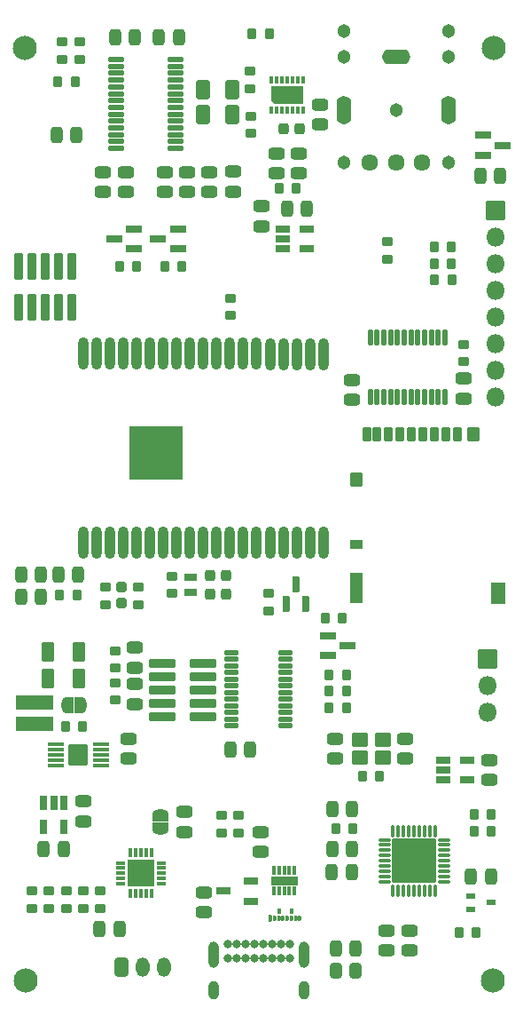
<source format=gts>
%TF.GenerationSoftware,KiCad,Pcbnew,(6.0.5-0)*%
%TF.CreationDate,2022-09-11T18:06:33+10:00*%
%TF.ProjectId,gay-ipod,6761792d-6970-46f6-942e-6b696361645f,rev?*%
%TF.SameCoordinates,Original*%
%TF.FileFunction,Soldermask,Top*%
%TF.FilePolarity,Negative*%
%FSLAX46Y46*%
G04 Gerber Fmt 4.6, Leading zero omitted, Abs format (unit mm)*
G04 Created by KiCad (PCBNEW (6.0.5-0)) date 2022-09-11 18:06:33*
%MOMM*%
%LPD*%
G01*
G04 APERTURE LIST*
G04 Aperture macros list*
%AMRoundRect*
0 Rectangle with rounded corners*
0 $1 Rounding radius*
0 $2 $3 $4 $5 $6 $7 $8 $9 X,Y pos of 4 corners*
0 Add a 4 corners polygon primitive as box body*
4,1,4,$2,$3,$4,$5,$6,$7,$8,$9,$2,$3,0*
0 Add four circle primitives for the rounded corners*
1,1,$1+$1,$2,$3*
1,1,$1+$1,$4,$5*
1,1,$1+$1,$6,$7*
1,1,$1+$1,$8,$9*
0 Add four rect primitives between the rounded corners*
20,1,$1+$1,$2,$3,$4,$5,0*
20,1,$1+$1,$4,$5,$6,$7,0*
20,1,$1+$1,$6,$7,$8,$9,0*
20,1,$1+$1,$8,$9,$2,$3,0*%
%AMFreePoly0*
4,1,14,1.535921,0.835921,1.550800,0.800000,1.550800,-0.800000,1.535921,-0.835921,1.500000,-0.850800,-1.180000,-0.850800,-1.215921,-0.835921,-1.535921,-0.515921,-1.550800,-0.480000,-1.550800,0.800000,-1.535921,0.835921,-1.500000,0.850800,1.500000,0.850800,1.535921,0.835921,1.535921,0.835921,$1*%
%AMFreePoly1*
4,1,37,0.012350,0.795685,0.074215,0.795307,0.088460,0.793178,0.224281,0.752559,0.237356,0.746518,0.356318,0.669411,0.367173,0.659942,0.459711,0.552545,0.467470,0.540411,0.526147,0.411359,0.530190,0.397535,0.550287,0.257202,0.550800,0.250000,0.550800,-0.250000,0.550796,-0.250620,0.550647,-0.262836,0.549947,-0.270644,0.526427,-0.410445,0.522048,-0.424167,0.460236,-0.551746,
0.452182,-0.563686,0.357047,-0.668790,0.345965,-0.677991,0.225155,-0.752168,0.211936,-0.757888,0.075163,-0.795177,0.060870,-0.796957,0.011464,-0.796051,0.000000,-0.800800,-0.500000,-0.800800,-0.535921,-0.785921,-0.550800,-0.750000,-0.550800,0.750000,-0.535921,0.785921,-0.500000,0.800800,0.000000,0.800800,0.012350,0.795685,0.012350,0.795685,$1*%
%AMFreePoly2*
4,1,37,0.535921,0.785921,0.550800,0.750000,0.550800,-0.750000,0.535921,-0.785921,0.500000,-0.800800,0.000000,-0.800800,-0.012526,-0.795612,-0.080872,-0.794359,-0.095090,-0.792057,-0.230405,-0.749782,-0.243405,-0.743581,-0.361415,-0.665026,-0.372153,-0.655426,-0.463373,-0.546907,-0.470984,-0.534678,-0.528079,-0.404919,-0.531952,-0.391047,-0.549535,-0.256587,-0.548147,-0.256405,-0.550800,-0.250000,
-0.550800,0.250000,-0.550314,0.251174,-0.550158,0.263925,-0.528347,0.404002,-0.524136,0.417775,-0.463888,0.546100,-0.455980,0.558139,-0.362136,0.664397,-0.351168,0.673732,-0.231273,0.749380,-0.218125,0.755261,-0.081818,0.794218,-0.067547,0.796173,-0.011991,0.795833,0.000000,0.800800,0.500000,0.800800,0.535921,0.785921,0.535921,0.785921,$1*%
G04 Aperture macros list end*
%ADD10C,0.901600*%
%ADD11RoundRect,0.050800X2.500000X-2.500000X2.500000X2.500000X-2.500000X2.500000X-2.500000X-2.500000X0*%
%ADD12O,1.001600X3.101600*%
%ADD13RoundRect,0.050800X1.200000X0.370000X-1.200000X0.370000X-1.200000X-0.370000X1.200000X-0.370000X0*%
%ADD14RoundRect,0.250800X0.275000X-0.200000X0.275000X0.200000X-0.275000X0.200000X-0.275000X-0.200000X0*%
%ADD15RoundRect,0.300800X-0.250000X-0.475000X0.250000X-0.475000X0.250000X0.475000X-0.250000X0.475000X0*%
%ADD16RoundRect,0.300800X0.250000X0.475000X-0.250000X0.475000X-0.250000X-0.475000X0.250000X-0.475000X0*%
%ADD17RoundRect,0.275800X-0.225000X-0.250000X0.225000X-0.250000X0.225000X0.250000X-0.225000X0.250000X0*%
%ADD18FreePoly0,0.000000*%
%ADD19RoundRect,0.050800X-0.125000X-0.300000X0.125000X-0.300000X0.125000X0.300000X-0.125000X0.300000X0*%
%ADD20RoundRect,0.250800X-0.200000X-0.275000X0.200000X-0.275000X0.200000X0.275000X-0.200000X0.275000X0*%
%ADD21RoundRect,0.250800X-0.275000X0.200000X-0.275000X-0.200000X0.275000X-0.200000X0.275000X0.200000X0*%
%ADD22RoundRect,0.200800X0.150000X-0.587500X0.150000X0.587500X-0.150000X0.587500X-0.150000X-0.587500X0*%
%ADD23RoundRect,0.150800X0.100000X-0.637500X0.100000X0.637500X-0.100000X0.637500X-0.100000X-0.637500X0*%
%ADD24RoundRect,0.250800X0.200000X0.275000X-0.200000X0.275000X-0.200000X-0.275000X0.200000X-0.275000X0*%
%ADD25RoundRect,0.050800X-0.370000X1.200000X-0.370000X-1.200000X0.370000X-1.200000X0.370000X1.200000X0*%
%ADD26RoundRect,0.050800X0.840000X0.940000X-0.840000X0.940000X-0.840000X-0.940000X0.840000X-0.940000X0*%
%ADD27RoundRect,0.125800X0.650000X0.075000X-0.650000X0.075000X-0.650000X-0.075000X0.650000X-0.075000X0*%
%ADD28RoundRect,0.200800X0.587500X0.150000X-0.587500X0.150000X-0.587500X-0.150000X0.587500X-0.150000X0*%
%ADD29RoundRect,0.300800X0.475000X-0.250000X0.475000X0.250000X-0.475000X0.250000X-0.475000X-0.250000X0*%
%ADD30C,2.301600*%
%ADD31RoundRect,0.300800X-0.325000X-0.650000X0.325000X-0.650000X0.325000X0.650000X-0.325000X0.650000X0*%
%ADD32RoundRect,0.113300X-0.062500X0.350000X-0.062500X-0.350000X0.062500X-0.350000X0.062500X0.350000X0*%
%ADD33RoundRect,0.113300X-0.350000X0.062500X-0.350000X-0.062500X0.350000X-0.062500X0.350000X0.062500X0*%
%ADD34RoundRect,0.050800X-1.250000X1.250000X-1.250000X-1.250000X1.250000X-1.250000X1.250000X1.250000X0*%
%ADD35RoundRect,0.300800X-0.475000X0.250000X-0.475000X-0.250000X0.475000X-0.250000X0.475000X0.250000X0*%
%ADD36C,1.609600*%
%ADD37O,1.409600X2.717600*%
%ADD38O,2.717600X1.409600*%
%ADD39C,1.301600*%
%ADD40FreePoly1,90.000000*%
%ADD41FreePoly2,90.000000*%
%ADD42RoundRect,0.200800X-0.512500X-0.150000X0.512500X-0.150000X0.512500X0.150000X-0.512500X0.150000X0*%
%ADD43RoundRect,0.050800X-0.700000X-0.600000X0.700000X-0.600000X0.700000X0.600000X-0.700000X0.600000X0*%
%ADD44RoundRect,0.200800X-0.150000X0.512500X-0.150000X-0.512500X0.150000X-0.512500X0.150000X0.512500X0*%
%ADD45RoundRect,0.050800X0.600000X0.200000X-0.600000X0.200000X-0.600000X-0.200000X0.600000X-0.200000X0*%
%ADD46RoundRect,0.200800X-0.587500X-0.150000X0.587500X-0.150000X0.587500X0.150000X-0.587500X0.150000X0*%
%ADD47FreePoly1,0.000000*%
%ADD48FreePoly2,0.000000*%
%ADD49RoundRect,0.050800X-0.500000X-0.600000X0.500000X-0.600000X0.500000X0.600000X-0.500000X0.600000X0*%
%ADD50RoundRect,0.050800X-0.500000X-1.400000X0.500000X-1.400000X0.500000X1.400000X-0.500000X1.400000X0*%
%ADD51RoundRect,0.050800X-0.650000X-0.950000X0.650000X-0.950000X0.650000X0.950000X-0.650000X0.950000X0*%
%ADD52RoundRect,0.050800X-0.500000X-0.400000X0.500000X-0.400000X0.500000X0.400000X-0.500000X0.400000X0*%
%ADD53RoundRect,0.050800X-0.350000X-0.600000X0.350000X-0.600000X0.350000X0.600000X-0.350000X0.600000X0*%
%ADD54RoundRect,0.275800X0.225000X0.250000X-0.225000X0.250000X-0.225000X-0.250000X0.225000X-0.250000X0*%
%ADD55RoundRect,0.050800X0.150000X-0.200000X0.150000X0.200000X-0.150000X0.200000X-0.150000X-0.200000X0*%
%ADD56RoundRect,0.050800X0.127000X-0.203200X0.127000X0.203200X-0.127000X0.203200X-0.127000X-0.203200X0*%
%ADD57RoundRect,0.050800X0.127000X-0.254000X0.127000X0.254000X-0.127000X0.254000X-0.127000X-0.254000X0*%
%ADD58RoundRect,0.275800X0.250000X-0.225000X0.250000X0.225000X-0.250000X0.225000X-0.250000X-0.225000X0*%
%ADD59RoundRect,0.050800X-2.050000X-2.050000X2.050000X-2.050000X2.050000X2.050000X-2.050000X2.050000X0*%
%ADD60RoundRect,0.113300X-0.062500X-0.475000X0.062500X-0.475000X0.062500X0.475000X-0.062500X0.475000X0*%
%ADD61RoundRect,0.113300X-0.475000X-0.062500X0.475000X-0.062500X0.475000X0.062500X-0.475000X0.062500X0*%
%ADD62RoundRect,0.050800X-0.550000X0.300000X-0.550000X-0.300000X0.550000X-0.300000X0.550000X0.300000X0*%
%ADD63O,1.301600X1.851600*%
%ADD64RoundRect,0.300800X-0.350000X-0.625000X0.350000X-0.625000X0.350000X0.625000X-0.350000X0.625000X0*%
%ADD65RoundRect,0.150800X0.637500X0.100000X-0.637500X0.100000X-0.637500X-0.100000X0.637500X-0.100000X0*%
%ADD66O,1.801600X1.801600*%
%ADD67RoundRect,0.050800X-0.850000X-0.850000X0.850000X-0.850000X0.850000X0.850000X-0.850000X0.850000X0*%
%ADD68RoundRect,0.050800X-0.350000X0.225000X-0.350000X-0.225000X0.350000X-0.225000X0.350000X0.225000X0*%
%ADD69RoundRect,0.300800X-0.375000X-0.625000X0.375000X-0.625000X0.375000X0.625000X-0.375000X0.625000X0*%
%ADD70RoundRect,0.300800X-0.262500X-0.450000X0.262500X-0.450000X0.262500X0.450000X-0.262500X0.450000X0*%
%ADD71O,1.001600X1.801600*%
%ADD72O,1.001600X2.501600*%
%ADD73C,0.801600*%
%ADD74RoundRect,0.050800X1.244600X-0.368300X1.244600X0.368300X-1.244600X0.368300X-1.244600X-0.368300X0*%
%ADD75RoundRect,0.050800X0.127000X-0.406400X0.127000X0.406400X-0.127000X0.406400X-0.127000X-0.406400X0*%
%ADD76RoundRect,0.050800X1.700000X-0.650000X1.700000X0.650000X-1.700000X0.650000X-1.700000X-0.650000X0*%
%ADD77RoundRect,0.050800X0.610000X0.325000X-0.610000X0.325000X-0.610000X-0.325000X0.610000X-0.325000X0*%
G04 APERTURE END LIST*
D10*
%TO.C,U101*%
X129269996Y-96800006D03*
X131269996Y-100800006D03*
X132269996Y-98800006D03*
X131269996Y-98800006D03*
X129269996Y-98800006D03*
X128269996Y-99800006D03*
X130269996Y-97800006D03*
X132269996Y-100800006D03*
X129269996Y-97800006D03*
X128269996Y-100800006D03*
X130269996Y-100800006D03*
X132269996Y-99800006D03*
X130269996Y-98800006D03*
X131269996Y-97800006D03*
X132269996Y-97800006D03*
X128269996Y-97800006D03*
X129269996Y-99800006D03*
X130269996Y-96800006D03*
X130269996Y-99800006D03*
X131269996Y-99800006D03*
X128269996Y-96800006D03*
X131269996Y-96800006D03*
X128269996Y-98800006D03*
X132269996Y-96800006D03*
D11*
X130279996Y-98800006D03*
D10*
X129269996Y-100800006D03*
D12*
X123359996Y-89370006D03*
X124629996Y-89370006D03*
X125899996Y-89370006D03*
X127169996Y-89370006D03*
X128439996Y-89370006D03*
X129709996Y-89370006D03*
X130979996Y-89370006D03*
X132249996Y-89370006D03*
X133519996Y-89370006D03*
X134789996Y-89370006D03*
X136059996Y-89370006D03*
X137329996Y-89370006D03*
X138599996Y-89370006D03*
X139869996Y-89370006D03*
X141169996Y-89400006D03*
X142439996Y-89400006D03*
X143709996Y-89400006D03*
X144979996Y-89400006D03*
X146249996Y-89400006D03*
X146249996Y-107400006D03*
X144979996Y-107400006D03*
X143709996Y-107400006D03*
X142439996Y-107400006D03*
X141169996Y-107400006D03*
X139869996Y-107400006D03*
X138599996Y-107400006D03*
X137329996Y-107400006D03*
X136059996Y-107400006D03*
X134789996Y-107400006D03*
X133519996Y-107400006D03*
X132249996Y-107400006D03*
X130979996Y-107400006D03*
X129709996Y-107400006D03*
X128439996Y-107400006D03*
X127169996Y-107400006D03*
X125899996Y-107400006D03*
X124629996Y-107400006D03*
X123359996Y-107400006D03*
%TD*%
D13*
%TO.C,J102*%
X130850000Y-118860000D03*
X134750000Y-118860000D03*
X130850000Y-120130000D03*
X134750000Y-120130000D03*
X130850000Y-121400000D03*
X134750000Y-121400000D03*
X130850000Y-122670000D03*
X134750000Y-122670000D03*
X130850000Y-123940000D03*
X134750000Y-123940000D03*
%TD*%
D14*
%TO.C,R303*%
X122950000Y-59625000D03*
X122950000Y-61275000D03*
%TD*%
%TO.C,R309*%
X121300000Y-59625000D03*
X121300000Y-61275000D03*
%TD*%
D15*
%TO.C,C302*%
X132450000Y-59200000D03*
X130550009Y-59200004D03*
%TD*%
D16*
%TO.C,C301*%
X126350000Y-59200000D03*
X128249991Y-59199992D03*
%TD*%
D17*
%TO.C,C312*%
X143975000Y-67950000D03*
X142425000Y-67950000D03*
%TD*%
D18*
%TO.C,U301*%
X142800000Y-64700000D03*
D19*
X141300000Y-63300000D03*
X141800000Y-63300000D03*
X142300000Y-63300000D03*
X142800000Y-63300000D03*
X143300000Y-63300000D03*
X143800000Y-63300000D03*
X144300000Y-63300000D03*
X144300000Y-66100000D03*
X143800000Y-66100000D03*
X143300000Y-66100000D03*
X142800000Y-66100000D03*
X142300000Y-66100000D03*
X141800000Y-66100000D03*
X141300000Y-66100000D03*
%TD*%
D20*
%TO.C,R310*%
X141075000Y-58850000D03*
X139425000Y-58850000D03*
%TD*%
D21*
%TO.C,R305*%
X139275000Y-64075000D03*
X139275000Y-62425000D03*
%TD*%
%TO.C,R304*%
X139300000Y-68375000D03*
X139300000Y-66725000D03*
%TD*%
D20*
%TO.C,R302*%
X143675000Y-73600000D03*
X142025000Y-73600000D03*
%TD*%
D22*
%TO.C,Q403*%
X143650000Y-111312500D03*
X144600000Y-113187500D03*
X142700000Y-113187500D03*
%TD*%
D23*
%TO.C,U405*%
X150725000Y-87787500D03*
X151375000Y-87787500D03*
X152025000Y-87787500D03*
X152675000Y-87787500D03*
X153325000Y-87787500D03*
X153975000Y-87787500D03*
X154625000Y-87787500D03*
X155275000Y-87787500D03*
X155925000Y-87787500D03*
X156575000Y-87787500D03*
X157225000Y-87787500D03*
X157875000Y-87787500D03*
X157875000Y-93512500D03*
X157225000Y-93512500D03*
X156575000Y-93512500D03*
X155925000Y-93512500D03*
X155275000Y-93512500D03*
X154625000Y-93512500D03*
X153975000Y-93512500D03*
X153325000Y-93512500D03*
X152675000Y-93512500D03*
X152025000Y-93512500D03*
X151375000Y-93512500D03*
X150725000Y-93512500D03*
%TD*%
D24*
%TO.C,R210*%
X146775000Y-119950000D03*
X148425000Y-119950000D03*
%TD*%
%TO.C,R207*%
X148425000Y-123150000D03*
X146775000Y-123150000D03*
%TD*%
%TO.C,R209*%
X148425000Y-121550000D03*
X146775000Y-121550000D03*
%TD*%
D25*
%TO.C,U103*%
X117160000Y-84950000D03*
X117160000Y-81050000D03*
X118430000Y-84950000D03*
X118430000Y-81050000D03*
X119700000Y-84950000D03*
X119700000Y-81050000D03*
X120970000Y-84950000D03*
X120970000Y-81050000D03*
X122240000Y-84950000D03*
X122240000Y-81050000D03*
%TD*%
D16*
%TO.C,C212*%
X142750000Y-75550000D03*
X144650000Y-75550000D03*
%TD*%
D14*
%TO.C,R201*%
X138100000Y-133375000D03*
X138100000Y-135025000D03*
%TD*%
D26*
%TO.C,U202*%
X122825000Y-127625000D03*
D27*
X120675000Y-128625000D03*
X120675000Y-128125000D03*
X120675000Y-127625000D03*
X120675000Y-127125000D03*
X120675000Y-126625000D03*
X124975000Y-126625000D03*
X124975000Y-127125000D03*
X124975000Y-127625000D03*
X124975000Y-128125000D03*
X124975000Y-128625000D03*
%TD*%
D21*
%TO.C,R107*%
X131775000Y-112225000D03*
X131775000Y-110575000D03*
%TD*%
D28*
%TO.C,Q301*%
X130462500Y-78400000D03*
X132337500Y-77450000D03*
X132337500Y-79350000D03*
%TD*%
D29*
%TO.C,C204*%
X128200000Y-117375000D03*
X128200000Y-119275000D03*
%TD*%
D21*
%TO.C,R211*%
X126400000Y-119350000D03*
X126400000Y-117700000D03*
%TD*%
D30*
%TO.C,H103*%
X117800000Y-149075000D03*
%TD*%
D31*
%TO.C,C207*%
X122900000Y-117825000D03*
X119950000Y-117825000D03*
%TD*%
D24*
%TO.C,R213*%
X121600000Y-124925000D03*
X123250000Y-124925000D03*
%TD*%
D32*
%TO.C,U201*%
X129800000Y-136962500D03*
X129300000Y-136962500D03*
X128800000Y-136962500D03*
X128300000Y-136962500D03*
X127800000Y-136962500D03*
D33*
X126862500Y-137900000D03*
X126862500Y-138400000D03*
X126862500Y-138900000D03*
X126862500Y-139400000D03*
X126862500Y-139900000D03*
D32*
X127800000Y-140837500D03*
X128300000Y-140837500D03*
X128800000Y-140837500D03*
X129300000Y-140837500D03*
X129800000Y-140837500D03*
D33*
X130737500Y-139900000D03*
X130737500Y-139400000D03*
X130737500Y-138900000D03*
X130737500Y-138400000D03*
X130737500Y-137900000D03*
D34*
X128800000Y-138900000D03*
%TD*%
D35*
%TO.C,C201*%
X134800000Y-142600000D03*
X134800000Y-140700000D03*
%TD*%
D36*
%TO.C,J301*%
X150687500Y-71100000D03*
X153187500Y-71100000D03*
X155687500Y-71100000D03*
D37*
X158187500Y-66100000D03*
X148187500Y-66100000D03*
D38*
X153187500Y-61100000D03*
D39*
X153187500Y-66100000D03*
X148187500Y-71100000D03*
X148187500Y-61100000D03*
X148187500Y-58600000D03*
X158187500Y-61100000D03*
X158187500Y-71100000D03*
X158187500Y-58600000D03*
%TD*%
D21*
%TO.C,R203*%
X123300000Y-142250000D03*
X123300000Y-140600000D03*
%TD*%
D40*
%TO.C,JP201*%
X130700000Y-133350000D03*
D41*
X130700000Y-134650000D03*
%TD*%
D21*
%TO.C,R412*%
X159650000Y-90125000D03*
X159650000Y-88475000D03*
%TD*%
D16*
%TO.C,C202*%
X124850000Y-144200000D03*
X126750000Y-144200000D03*
%TD*%
D29*
%TO.C,C416*%
X148950000Y-91850000D03*
X148950000Y-93750000D03*
%TD*%
%TO.C,C413*%
X147400000Y-126050000D03*
X147400000Y-127950000D03*
%TD*%
D24*
%TO.C,R103*%
X156825000Y-80750000D03*
X158475000Y-80750000D03*
%TD*%
D42*
%TO.C,U403*%
X159937500Y-128100000D03*
X159937500Y-130000000D03*
X157662500Y-130000000D03*
X157662500Y-129050000D03*
X157662500Y-128100000D03*
%TD*%
D24*
%TO.C,R403*%
X160625000Y-134900000D03*
X162275000Y-134900000D03*
%TD*%
D35*
%TO.C,C314*%
X137600000Y-73900000D03*
X137600000Y-72000000D03*
%TD*%
D15*
%TO.C,C403*%
X148950000Y-138800000D03*
X147050000Y-138800000D03*
%TD*%
D35*
%TO.C,C305*%
X141800000Y-72150000D03*
X141800000Y-70250000D03*
%TD*%
D43*
%TO.C,Y401*%
X149700000Y-126150000D03*
X151900000Y-126150000D03*
X151900000Y-127850000D03*
X149700000Y-127850000D03*
%TD*%
D44*
%TO.C,U203*%
X121450000Y-134437500D03*
X119550000Y-134437500D03*
X119550000Y-132162500D03*
X120500000Y-132162500D03*
X121450000Y-132162500D03*
%TD*%
D16*
%TO.C,C103*%
X117350000Y-112500000D03*
X119250000Y-112500000D03*
%TD*%
D15*
%TO.C,C105*%
X139250000Y-127100000D03*
X137350000Y-127100000D03*
%TD*%
D35*
%TO.C,C311*%
X135300000Y-73950000D03*
X135300000Y-72050000D03*
%TD*%
D24*
%TO.C,R101*%
X121050000Y-112400000D03*
X122700000Y-112400000D03*
%TD*%
D20*
%TO.C,R405*%
X151625000Y-129600000D03*
X149975000Y-129600000D03*
%TD*%
D14*
%TO.C,R212*%
X128600000Y-111625000D03*
X128600000Y-113275000D03*
%TD*%
D16*
%TO.C,C315*%
X120750000Y-68475000D03*
X122650000Y-68475000D03*
%TD*%
D21*
%TO.C,R215*%
X125400000Y-113275000D03*
X125400000Y-111625000D03*
%TD*%
D45*
%TO.C,U102*%
X137450000Y-124842500D03*
X137450000Y-124207500D03*
X137450000Y-123572500D03*
X137450000Y-122937500D03*
X137450000Y-122302500D03*
X137450000Y-121667500D03*
X137450000Y-121032500D03*
X137450000Y-120397500D03*
X137450000Y-119762500D03*
X137450000Y-119127500D03*
X137450000Y-118492500D03*
X137450000Y-117857500D03*
X142650000Y-117857500D03*
X142650000Y-118492500D03*
X142650000Y-119127500D03*
X142650000Y-119762500D03*
X142650000Y-120397500D03*
X142650000Y-121032500D03*
X142650000Y-121667500D03*
X142650000Y-122302500D03*
X142650000Y-122937500D03*
X142650000Y-123572500D03*
X142650000Y-124207500D03*
X142650000Y-124842500D03*
%TD*%
D46*
%TO.C,Q101*%
X163337500Y-69500000D03*
X161462500Y-70450000D03*
X161462500Y-68550000D03*
%TD*%
D20*
%TO.C,R306*%
X122525000Y-63450000D03*
X120875000Y-63450000D03*
%TD*%
D17*
%TO.C,C106*%
X136950000Y-110500000D03*
X135400000Y-110500000D03*
%TD*%
D21*
%TO.C,R214*%
X126400000Y-122375000D03*
X126400000Y-120725000D03*
%TD*%
D14*
%TO.C,R206*%
X118400000Y-140575000D03*
X118400000Y-142225000D03*
%TD*%
D47*
%TO.C,JP202*%
X123075000Y-122825000D03*
D48*
X121775000Y-122825000D03*
%TD*%
D49*
%TO.C,J402*%
X160575000Y-97075000D03*
D50*
X149425000Y-111725000D03*
D49*
X149425000Y-101375000D03*
D51*
X162925000Y-112175000D03*
D52*
X149425000Y-107575000D03*
D53*
X150375000Y-97075000D03*
X151325000Y-97075000D03*
X152425000Y-97075000D03*
X153525000Y-97075000D03*
X154625000Y-97075000D03*
X155725000Y-97075000D03*
X156825000Y-97075000D03*
X157925000Y-97075000D03*
X159025000Y-97075000D03*
%TD*%
D16*
%TO.C,C408*%
X160350000Y-139200000D03*
X162250000Y-139200000D03*
%TD*%
D35*
%TO.C,C310*%
X127400000Y-73950000D03*
X127400000Y-72050000D03*
%TD*%
%TO.C,C405*%
X152300000Y-146250000D03*
X152300000Y-144350000D03*
%TD*%
D54*
%TO.C,C107*%
X135400000Y-112300000D03*
X136950000Y-112300000D03*
%TD*%
D35*
%TO.C,C303*%
X133200000Y-73950000D03*
X133200000Y-72050000D03*
%TD*%
D16*
%TO.C,C409*%
X147100000Y-132750000D03*
X149000000Y-132750000D03*
%TD*%
D55*
%TO.C,U402*%
X142004995Y-142526995D03*
X143194993Y-142526995D03*
D56*
X143999994Y-143199993D03*
X143599995Y-143199993D03*
X143199993Y-143199993D03*
X142799994Y-143199993D03*
X142399994Y-143199993D03*
X141999995Y-143199993D03*
X141599993Y-143199993D03*
D57*
X141199994Y-143149193D03*
%TD*%
D30*
%TO.C,H101*%
X117700000Y-60200000D03*
%TD*%
D35*
%TO.C,C210*%
X123300000Y-133950000D03*
X123300000Y-132050000D03*
%TD*%
D21*
%TO.C,R202*%
X136500000Y-135025000D03*
X136500000Y-133375000D03*
%TD*%
D58*
%TO.C,C209*%
X127000000Y-111575000D03*
X127000000Y-113125000D03*
%TD*%
D35*
%TO.C,C309*%
X125200000Y-73950000D03*
X125200000Y-72050000D03*
%TD*%
D24*
%TO.C,R401*%
X147425000Y-134650000D03*
X149075000Y-134650000D03*
%TD*%
D46*
%TO.C,Q402*%
X148587500Y-117200000D03*
X146712500Y-118150000D03*
X146712500Y-116250000D03*
%TD*%
D29*
%TO.C,C414*%
X154020000Y-126060000D03*
X154020000Y-127960000D03*
%TD*%
D14*
%TO.C,R205*%
X120000000Y-140575000D03*
X120000000Y-142225000D03*
%TD*%
D21*
%TO.C,R408*%
X141050000Y-113875000D03*
X141050000Y-112225000D03*
%TD*%
D59*
%TO.C,U404*%
X154900000Y-137700000D03*
D60*
X152900000Y-134862500D03*
X153400000Y-134862500D03*
X153900000Y-134862500D03*
X154400000Y-134862500D03*
X154900000Y-134862500D03*
X155400000Y-134862500D03*
X155900000Y-134862500D03*
X156400000Y-134862500D03*
X156900000Y-134862500D03*
D61*
X157737500Y-135700000D03*
X157737500Y-136200000D03*
X157737500Y-136700000D03*
X157737500Y-137200000D03*
X157737500Y-137700000D03*
X157737500Y-138200000D03*
X157737500Y-138700000D03*
X157737500Y-139200000D03*
X157737500Y-139700000D03*
D60*
X156900000Y-140537500D03*
X156400000Y-140537500D03*
X155900000Y-140537500D03*
X155400000Y-140537500D03*
X154900000Y-140537500D03*
X154400000Y-140537500D03*
X153900000Y-140537500D03*
X153400000Y-140537500D03*
X152900000Y-140537500D03*
D61*
X152062500Y-139700000D03*
X152062500Y-139200000D03*
X152062500Y-138700000D03*
X152062500Y-138200000D03*
X152062500Y-137700000D03*
X152062500Y-137200000D03*
X152062500Y-136700000D03*
X152062500Y-136200000D03*
X152062500Y-135700000D03*
%TD*%
D29*
%TO.C,C407*%
X154500000Y-144350000D03*
X154500000Y-146250000D03*
%TD*%
%TO.C,C205*%
X127600000Y-126050000D03*
X127600000Y-127950000D03*
%TD*%
D62*
%TO.C,Y101*%
X133575000Y-112100000D03*
X133575000Y-110700000D03*
%TD*%
D24*
%TO.C,R308*%
X126775000Y-81000000D03*
X128425000Y-81000000D03*
%TD*%
D21*
%TO.C,R204*%
X121700000Y-142250000D03*
X121700000Y-140600000D03*
%TD*%
D29*
%TO.C,C203*%
X133000000Y-133050000D03*
X133000000Y-134950000D03*
%TD*%
%TO.C,C208*%
X128200000Y-120875000D03*
X128200000Y-122775000D03*
%TD*%
D63*
%TO.C,J201*%
X131000000Y-147850000D03*
X129000000Y-147850000D03*
D64*
X127000000Y-147850000D03*
%TD*%
D65*
%TO.C,U302*%
X132162500Y-69775000D03*
X132162500Y-69125000D03*
X132162500Y-68475000D03*
X132162500Y-67825000D03*
X132162500Y-67175000D03*
X132162500Y-66525000D03*
X132162500Y-65875000D03*
X132162500Y-65225000D03*
X132162500Y-64575000D03*
X132162500Y-63925000D03*
X132162500Y-63275000D03*
X132162500Y-62625000D03*
X132162500Y-61975000D03*
X132162500Y-61325000D03*
X126437500Y-61325000D03*
X126437500Y-61975000D03*
X126437500Y-62625000D03*
X126437500Y-63275000D03*
X126437500Y-63925000D03*
X126437500Y-64575000D03*
X126437500Y-65225000D03*
X126437500Y-65875000D03*
X126437500Y-66525000D03*
X126437500Y-67175000D03*
X126437500Y-67825000D03*
X126437500Y-68475000D03*
X126437500Y-69125000D03*
X126437500Y-69775000D03*
%TD*%
D28*
%TO.C,Q302*%
X126262500Y-78400000D03*
X128137500Y-77450000D03*
X128137500Y-79350000D03*
%TD*%
D35*
%TO.C,C307*%
X143900000Y-72150000D03*
X143900000Y-70250000D03*
%TD*%
D66*
%TO.C,J403*%
X161950000Y-123505000D03*
X161950000Y-120965000D03*
D67*
X161950000Y-118425000D03*
%TD*%
D15*
%TO.C,C101*%
X163150000Y-72400000D03*
X161250000Y-72400000D03*
%TD*%
D68*
%TO.C,D401*%
X162300000Y-141700000D03*
X160300000Y-142350000D03*
X160300000Y-141050000D03*
%TD*%
D69*
%TO.C,C306*%
X137550000Y-66600000D03*
X134750000Y-66600000D03*
%TD*%
D15*
%TO.C,C412*%
X149350000Y-146100000D03*
X147450000Y-146100000D03*
%TD*%
D70*
%TO.C,R406*%
X149312500Y-148200000D03*
X147487500Y-148200000D03*
%TD*%
D66*
%TO.C,J101*%
X162700000Y-93480000D03*
X162700000Y-90940000D03*
X162700000Y-88400000D03*
X162700000Y-85860000D03*
X162700000Y-83320000D03*
X162700000Y-80780000D03*
X162700000Y-78240000D03*
D67*
X162700000Y-75700000D03*
%TD*%
D71*
%TO.C,J401*%
X144425000Y-150035000D03*
X135775000Y-150035000D03*
D72*
X144425000Y-146655000D03*
X135775000Y-146655000D03*
D73*
X137125000Y-147025000D03*
X137975000Y-147025000D03*
X138825000Y-147025000D03*
X139675000Y-147025000D03*
X140525000Y-147025000D03*
X141375000Y-147025000D03*
X142225000Y-147025000D03*
X143075000Y-147025000D03*
X143075000Y-145675000D03*
X142225000Y-145675000D03*
X141375000Y-145675000D03*
X140525000Y-145675000D03*
X139675000Y-145675000D03*
X138825000Y-145675000D03*
X137975000Y-145675000D03*
X137125000Y-145675000D03*
%TD*%
D74*
%TO.C,U401*%
X142500000Y-139600000D03*
D75*
X141499748Y-138647500D03*
X141999874Y-138647500D03*
X142500000Y-138647500D03*
X143000126Y-138647500D03*
X143500252Y-138647500D03*
X143500252Y-140552500D03*
X143000126Y-140552500D03*
X142500000Y-140552500D03*
X141999874Y-140552500D03*
X141499748Y-140552500D03*
%TD*%
D29*
%TO.C,C406*%
X140250000Y-134950000D03*
X140250000Y-136850000D03*
%TD*%
D24*
%TO.C,R402*%
X159175000Y-144500000D03*
X160825000Y-144500000D03*
%TD*%
D29*
%TO.C,C313*%
X145950000Y-65600000D03*
X145950000Y-67500000D03*
%TD*%
D21*
%TO.C,R301*%
X152350000Y-80325000D03*
X152350000Y-78675000D03*
%TD*%
D15*
%TO.C,C404*%
X149000000Y-136550000D03*
X147100000Y-136550000D03*
%TD*%
D24*
%TO.C,R404*%
X160625000Y-133250000D03*
X162275000Y-133250000D03*
%TD*%
D16*
%TO.C,C102*%
X117350000Y-110400000D03*
X119250000Y-110400000D03*
%TD*%
D30*
%TO.C,H102*%
X162500000Y-60200000D03*
%TD*%
D16*
%TO.C,C104*%
X120950000Y-110400000D03*
X122850000Y-110400000D03*
%TD*%
D24*
%TO.C,R307*%
X131075000Y-81000000D03*
X132725000Y-81000000D03*
%TD*%
D69*
%TO.C,C308*%
X137550000Y-64150000D03*
X134750000Y-64150000D03*
%TD*%
D14*
%TO.C,R105*%
X137400000Y-85725000D03*
X137400000Y-84075000D03*
%TD*%
D29*
%TO.C,C213*%
X140300000Y-75300000D03*
X140300000Y-77200000D03*
%TD*%
D35*
%TO.C,C304*%
X131100000Y-73950000D03*
X131100000Y-72050000D03*
%TD*%
D16*
%TO.C,C211*%
X119550000Y-136600000D03*
X121450000Y-136600000D03*
%TD*%
D76*
%TO.C,L201*%
X118625000Y-122575000D03*
X118625000Y-124675000D03*
%TD*%
D77*
%TO.C,Q401*%
X136690000Y-140600000D03*
X139310000Y-139650000D03*
X139310000Y-141550000D03*
%TD*%
D31*
%TO.C,C206*%
X122900000Y-120325000D03*
X119950000Y-120325000D03*
%TD*%
D30*
%TO.C,H104*%
X162400000Y-149075000D03*
%TD*%
D29*
%TO.C,C415*%
X159650000Y-91750000D03*
X159650000Y-93650000D03*
%TD*%
%TO.C,C411*%
X162120000Y-128110000D03*
X162120000Y-130010000D03*
%TD*%
D21*
%TO.C,R208*%
X124900000Y-142250000D03*
X124900000Y-140600000D03*
%TD*%
D24*
%TO.C,R102*%
X156875000Y-82300000D03*
X158525000Y-82300000D03*
%TD*%
%TO.C,R104*%
X156825000Y-79160000D03*
X158475000Y-79160000D03*
%TD*%
D42*
%TO.C,U204*%
X144637500Y-77450000D03*
X144637500Y-79350000D03*
X142362500Y-79350000D03*
X142362500Y-78400000D03*
X142362500Y-77450000D03*
%TD*%
D20*
%TO.C,R407*%
X148050000Y-114600000D03*
X146400000Y-114600000D03*
%TD*%
M02*

</source>
